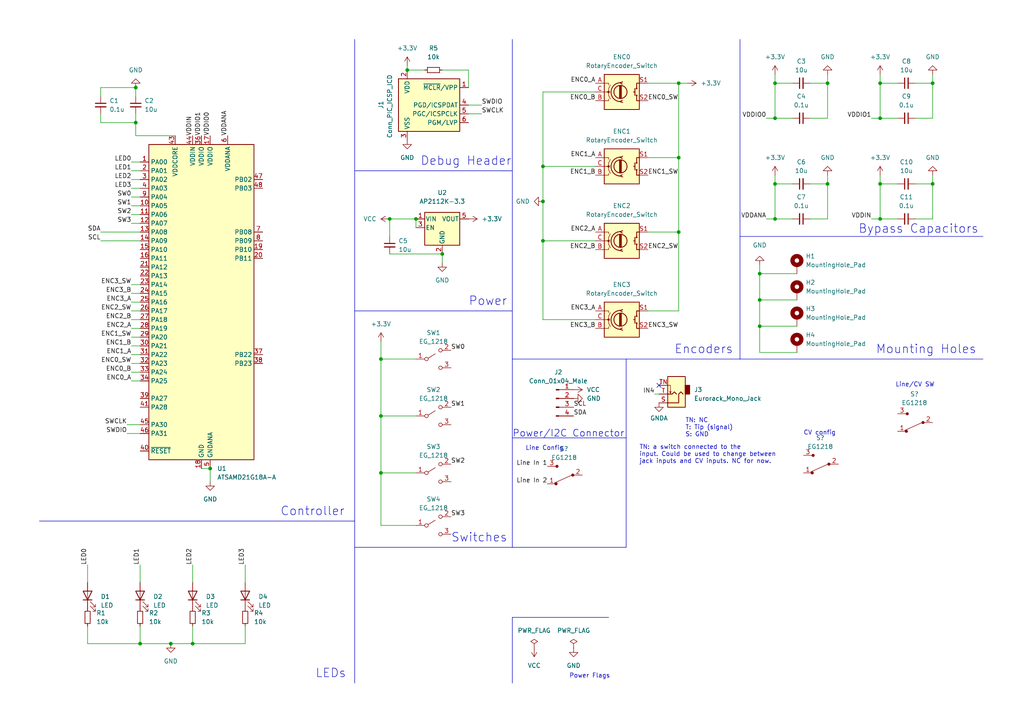
<source format=kicad_sch>
(kicad_sch (version 20230121) (generator eeschema)
  (paper "A4")
  (lib_symbols
    (symbol "Connector:Conn_01x04_Male" (pin_names (offset 1.016) hide)
      (property "Reference" "J" (at 0 5.08 0))
      (property "Value" "Conn_01x04_Male" (at 0 -7.62 0))
      (symbol "Conn_01x04_Male_1_1"
        (polyline (pts (xy 1.27 -5.08) (xy 0.8636 -5.08)) (stroke (width 0.1524)))
        (polyline (pts (xy 1.27 -2.54) (xy 0.8636 -2.54)) (stroke (width 0.1524)))
        (polyline (pts (xy 1.27 0) (xy 0.8636 0)) (stroke (width 0.1524)))
        (polyline (pts (xy 1.27 2.54) (xy 0.8636 2.54)) (stroke (width 0.1524)))
        (rectangle (start 0.8636 -4.953) (end 0 -5.207) (stroke (width 0.1524)) (fill (type outline)))
        (rectangle (start 0.8636 -2.413) (end 0 -2.667) (stroke (width 0.1524)) (fill (type outline)))
        (rectangle (start 0.8636 0.127) (end 0 -0.127) (stroke (width 0.1524)) (fill (type outline)))
        (rectangle (start 0.8636 2.667) (end 0 2.413) (stroke (width 0.1524)) (fill (type outline)))
        (pin passive line (at 5.08 2.54 180) (length 3.81) (name "Pin_1") (number "1"))
        (pin passive line (at 5.08 0 180) (length 3.81) (name "Pin_2") (number "2"))
        (pin passive line (at 5.08 -2.54 180) (length 3.81) (name "Pin_3") (number "3"))
        (pin passive line (at 5.08 -5.08 180) (length 3.81) (name "Pin_4") (number "4"))
      )
    )
    (symbol "Connector:Conn_PIC_ICSP_ICD"
      (property "Reference" "J" (at 6.35 8.89 0))
      (property "Value" "Conn_PIC_ICSP_ICD" (at -8.89 -1.27 90))
      (symbol "Conn_PIC_ICSP_ICD_0_1"
        (rectangle (start -7.62 7.62) (end 10.16 -7.62) (stroke (width 0.254)) (fill (type background)))
      )
      (symbol "Conn_PIC_ICSP_ICD_1_1"
        (pin passive line (at 12.7 5.08 180) (length 2.54) (name "~{MCLR}/VPP") (number "1"))
        (pin passive line (at -5.08 10.16 270) (length 2.54) (name "VDD") (number "2"))
        (pin power_in line (at -5.08 -10.16 90) (length 2.54) (name "VSS") (number "3"))
        (pin bidirectional line (at 12.7 0 180) (length 2.54) (name "PGD/ICSPDAT") (number "4"))
        (pin output line (at 12.7 -2.54 180) (length 2.54) (name "PGC/ICSPCLK") (number "5"))
        (pin output line (at 12.7 -5.08 180) (length 2.54) (name "PGM/LVP") (number "6"))
      )
    )
    (symbol "Custom:EG_1218"
      (property "Reference" "SW" (at 0 2.54 0))
      (property "Value" "EG_1218" (at 0 0 0))
      (symbol "EG_1218_0_1"
        (circle (center -2.032 -7.62) (radius 0.508))
        (polyline (pts (xy -1.524 -7.366) (xy 0.508 -6.096)))
        (circle (center 2.032 -10.16) (radius 0.508))
        (circle (center 2.032 -5.08) (radius 0.508))
      )
      (symbol "EG_1218_1_1"
        (pin passive line (at -5.08 -7.62 0) (length 2.54) (name "") (number "1"))
        (pin passive line (at 5.08 -5.08 180) (length 2.54) (name "") (number "2"))
        (pin passive line (at 5.08 -10.16 180) (length 2.54) (name "") (number "3"))
      )
    )
    (symbol "Device:C_Small" (pin_numbers hide) (pin_names (offset 0.254) hide)
      (property "Reference" "C" (at 0.254 1.778 0))
      (property "Value" "C_Small" (at 0.254 -2.032 0))
      (symbol "C_Small_0_1"
        (polyline (pts (xy -1.524 -0.508) (xy 1.524 -0.508)) (stroke (width 0.3302)))
        (polyline (pts (xy -1.524 0.508) (xy 1.524 0.508)) (stroke (width 0.3048)))
      )
      (symbol "C_Small_1_1"
        (pin passive line (at 0 2.54 270) (length 2.032) (name "~") (number "1"))
        (pin passive line (at 0 -2.54 90) (length 2.032) (name "~") (number "2"))
      )
    )
    (symbol "Device:LED" (pin_numbers hide) (pin_names (offset 1.016) hide)
      (property "Reference" "D" (at 0 2.54 0))
      (property "Value" "LED" (at 0 -2.54 0))
      (symbol "LED_0_1"
        (polyline (pts (xy -1.27 -1.27) (xy -1.27 1.27)) (stroke (width 0.254)))
        (polyline (pts (xy -1.27 0) (xy 1.27 0)))
        (polyline (pts (xy 1.27 -1.27) (xy 1.27 1.27) (xy -1.27 0) (xy 1.27 -1.27)) (stroke (width 0.254)))
        (polyline (pts (xy -3.048 -0.762) (xy -4.572 -2.286) (xy -3.81 -2.286) (xy -4.572 -2.286) (xy -4.572 -1.524)))
        (polyline (pts (xy -1.778 -0.762) (xy -3.302 -2.286) (xy -2.54 -2.286) (xy -3.302 -2.286) (xy -3.302 -1.524)))
      )
      (symbol "LED_1_1"
        (pin passive line (at -3.81 0 0) (length 2.54) (name "K") (number "1"))
        (pin passive line (at 3.81 0 180) (length 2.54) (name "A") (number "2"))
      )
    )
    (symbol "Device:R_Small" (pin_numbers hide) (pin_names (offset 0.254) hide)
      (property "Reference" "R" (at 0.762 0.508 0))
      (property "Value" "R_Small" (at 0.762 -1.016 0))
      (symbol "R_Small_0_1"
        (rectangle (start -0.762 1.778) (end 0.762 -1.778) (stroke (width 0.2032)))
      )
      (symbol "R_Small_1_1"
        (pin passive line (at 0 2.54 270) (length 0.762) (name "~") (number "1"))
        (pin passive line (at 0 -2.54 90) (length 0.762) (name "~") (number "2"))
      )
    )
    (symbol "Device:RotaryEncoder_Switch" (pin_names (offset 0.254) hide)
      (property "Reference" "SW" (at 0 6.604 0))
      (property "Value" "RotaryEncoder_Switch" (at 0 -6.604 0))
      (symbol "RotaryEncoder_Switch_0_1"
        (rectangle (start -5.08 5.08) (end 5.08 -5.08) (stroke (width 0.254)) (fill (type background)))
        (circle (center -3.81 0) (radius 0.254) (fill (type outline)))
        (circle (center -0.381 0) (radius 1.905) (stroke (width 0.254)))
        (arc (start -0.381 2.667) (mid -3.0988 -0.0635) (end -0.381 -2.794) (stroke (width 0.254)))
        (polyline (pts (xy -0.635 -1.778) (xy -0.635 1.778)) (stroke (width 0.254)))
        (polyline (pts (xy -0.381 -1.778) (xy -0.381 1.778)) (stroke (width 0.254)))
        (polyline (pts (xy -0.127 1.778) (xy -0.127 -1.778)) (stroke (width 0.254)))
        (polyline (pts (xy 3.81 0) (xy 3.429 0)) (stroke (width 0.254)))
        (polyline (pts (xy 3.81 1.016) (xy 3.81 -1.016)) (stroke (width 0.254)))
        (polyline (pts (xy -5.08 -2.54) (xy -3.81 -2.54) (xy -3.81 -2.032)))
        (polyline (pts (xy -5.08 2.54) (xy -3.81 2.54) (xy -3.81 2.032)))
        (polyline (pts (xy 0.254 -3.048) (xy -0.508 -2.794) (xy 0.127 -2.413)) (stroke (width 0.254)))
        (polyline (pts (xy 0.254 2.921) (xy -0.508 2.667) (xy 0.127 2.286)) (stroke (width 0.254)))
        (polyline (pts (xy 5.08 -2.54) (xy 4.318 -2.54) (xy 4.318 -1.016)) (stroke (width 0.254)))
        (polyline (pts (xy 5.08 2.54) (xy 4.318 2.54) (xy 4.318 1.016)) (stroke (width 0.254)))
        (polyline (pts (xy -5.08 0) (xy -3.81 0) (xy -3.81 -1.016) (xy -3.302 -2.032)))
        (polyline (pts (xy -4.318 0) (xy -3.81 0) (xy -3.81 1.016) (xy -3.302 2.032)))
        (circle (center 4.318 -1.016) (radius 0.127) (stroke (width 0.254)))
        (circle (center 4.318 1.016) (radius 0.127) (stroke (width 0.254)))
      )
      (symbol "RotaryEncoder_Switch_1_1"
        (pin passive line (at -7.62 2.54 0) (length 2.54) (name "A") (number "A"))
        (pin passive line (at -7.62 -2.54 0) (length 2.54) (name "B") (number "B"))
        (pin passive line (at -7.62 0 0) (length 2.54) (name "C") (number "C"))
        (pin passive line (at 7.62 2.54 180) (length 2.54) (name "S1") (number "S1"))
        (pin passive line (at 7.62 -2.54 180) (length 2.54) (name "S2") (number "S2"))
      )
    )
    (symbol "GNDA_2" (power) (pin_names (offset 0))
      (property "Value" "GNDA_2" (at 0 -3.81 0))
      (symbol "GNDA_2_0_1"
        (polyline (pts (xy 0 0) (xy 0 -1.27) (xy 1.27 -1.27) (xy 0 -2.54) (xy -1.27 -1.27) (xy 0 -1.27)))
      )
      (symbol "GNDA_2_1_1"
        (pin power_in line (at 0 0 270) (length 0) hide (name "GNDA") (number "1"))
      )
    )
    (symbol "MCU_Microchip_SAMD:ATSAMD21G18A-A"
      (property "Reference" "U" (at -13.97 46.99 0))
      (property "Value" "ATSAMD21G18A-A" (at 16.51 46.99 0))
      (symbol "ATSAMD21G18A-A_0_1"
        (rectangle (start -15.24 45.72) (end 15.24 -45.72) (stroke (width 0.254)) (fill (type background)))
      )
      (symbol "ATSAMD21G18A-A_1_1"
        (pin bidirectional line (at -17.78 40.64 0) (length 2.54) (name "PA00") (number "1"))
        (pin bidirectional line (at -17.78 27.94 0) (length 2.54) (name "PA05") (number "10"))
        (pin bidirectional line (at -17.78 25.4 0) (length 2.54) (name "PA06") (number "11"))
        (pin bidirectional line (at -17.78 22.86 0) (length 2.54) (name "PA07") (number "12"))
        (pin bidirectional line (at -17.78 20.32 0) (length 2.54) (name "PA08") (number "13"))
        (pin bidirectional line (at -17.78 17.78 0) (length 2.54) (name "PA09") (number "14"))
        (pin bidirectional line (at -17.78 15.24 0) (length 2.54) (name "PA10") (number "15"))
        (pin bidirectional line (at -17.78 12.7 0) (length 2.54) (name "PA11") (number "16"))
        (pin power_in line (at 2.54 48.26 270) (length 2.54) (name "VDDIO") (number "17"))
        (pin power_in line (at 0 -48.26 90) (length 2.54) (name "GND") (number "18"))
        (pin bidirectional line (at 17.78 15.24 180) (length 2.54) (name "PB10") (number "19"))
        (pin bidirectional line (at -17.78 38.1 0) (length 2.54) (name "PA01") (number "2"))
        (pin bidirectional line (at 17.78 12.7 180) (length 2.54) (name "PB11") (number "20"))
        (pin bidirectional line (at -17.78 10.16 0) (length 2.54) (name "PA12") (number "21"))
        (pin bidirectional line (at -17.78 7.62 0) (length 2.54) (name "PA13") (number "22"))
        (pin bidirectional line (at -17.78 5.08 0) (length 2.54) (name "PA14") (number "23"))
        (pin bidirectional line (at -17.78 2.54 0) (length 2.54) (name "PA15") (number "24"))
        (pin bidirectional line (at -17.78 0 0) (length 2.54) (name "PA16") (number "25"))
        (pin bidirectional line (at -17.78 -2.54 0) (length 2.54) (name "PA17") (number "26"))
        (pin bidirectional line (at -17.78 -5.08 0) (length 2.54) (name "PA18") (number "27"))
        (pin bidirectional line (at -17.78 -7.62 0) (length 2.54) (name "PA19") (number "28"))
        (pin bidirectional line (at -17.78 -10.16 0) (length 2.54) (name "PA20") (number "29"))
        (pin bidirectional line (at -17.78 35.56 0) (length 2.54) (name "PA02") (number "3"))
        (pin bidirectional line (at -17.78 -12.7 0) (length 2.54) (name "PA21") (number "30"))
        (pin bidirectional line (at -17.78 -15.24 0) (length 2.54) (name "PA22") (number "31"))
        (pin bidirectional line (at -17.78 -17.78 0) (length 2.54) (name "PA23") (number "32"))
        (pin bidirectional line (at -17.78 -20.32 0) (length 2.54) (name "PA24") (number "33"))
        (pin bidirectional line (at -17.78 -22.86 0) (length 2.54) (name "PA25") (number "34"))
        (pin passive line (at 0 -48.26 90) (length 2.54) hide (name "GND") (number "35"))
        (pin power_in line (at 0 48.26 270) (length 2.54) (name "VDDIO") (number "36"))
        (pin bidirectional line (at 17.78 -15.24 180) (length 2.54) (name "PB22") (number "37"))
        (pin bidirectional line (at 17.78 -17.78 180) (length 2.54) (name "PB23") (number "38"))
        (pin bidirectional line (at -17.78 -27.94 0) (length 2.54) (name "PA27") (number "39"))
        (pin bidirectional line (at -17.78 33.02 0) (length 2.54) (name "PA03") (number "4"))
        (pin input line (at -17.78 -43.18 0) (length 2.54) (name "~{RESET}") (number "40"))
        (pin bidirectional line (at -17.78 -30.48 0) (length 2.54) (name "PA28") (number "41"))
        (pin passive line (at 0 -48.26 90) (length 2.54) hide (name "GND") (number "42"))
        (pin power_out line (at -7.62 48.26 270) (length 2.54) (name "VDDCORE") (number "43"))
        (pin power_in line (at -2.54 48.26 270) (length 2.54) (name "VDDIN") (number "44"))
        (pin bidirectional line (at -17.78 -35.56 0) (length 2.54) (name "PA30") (number "45"))
        (pin bidirectional line (at -17.78 -38.1 0) (length 2.54) (name "PA31") (number "46"))
        (pin bidirectional line (at 17.78 35.56 180) (length 2.54) (name "PB02") (number "47"))
        (pin bidirectional line (at 17.78 33.02 180) (length 2.54) (name "PB03") (number "48"))
        (pin power_in line (at 2.54 -48.26 90) (length 2.54) (name "GNDANA") (number "5"))
        (pin power_in line (at 7.62 48.26 270) (length 2.54) (name "VDDANA") (number "6"))
        (pin bidirectional line (at 17.78 20.32 180) (length 2.54) (name "PB08") (number "7"))
        (pin bidirectional line (at 17.78 17.78 180) (length 2.54) (name "PB09") (number "8"))
        (pin bidirectional line (at -17.78 30.48 0) (length 2.54) (name "PA04") (number "9"))
      )
    )
    (symbol "Mechanical:MountingHole_Pad" (pin_numbers hide) (pin_names (offset 1.016) hide)
      (property "Reference" "H" (at 0 6.35 0))
      (property "Value" "MountingHole_Pad" (at 0 4.445 0))
      (symbol "MountingHole_Pad_0_1"
        (circle (center 0 1.27) (radius 1.27) (stroke (width 1.27)))
      )
      (symbol "MountingHole_Pad_1_1"
        (pin input line (at 0 -2.54 90) (length 2.54) (name "1") (number "1"))
      )
    )
    (symbol "Regulator_Linear:AP2112K-3.3" (pin_names (offset 0.254))
      (property "Reference" "U" (at -5.08 5.715 0))
      (property "Value" "AP2112K-3.3" (at 0 5.715 0))
      (symbol "AP2112K-3.3_0_1"
        (rectangle (start -5.08 4.445) (end 5.08 -5.08) (stroke (width 0.254)) (fill (type background)))
      )
      (symbol "AP2112K-3.3_1_1"
        (pin power_in line (at -7.62 2.54 0) (length 2.54) (name "VIN") (number "1"))
        (pin power_in line (at 0 -7.62 90) (length 2.54) (name "GND") (number "2"))
        (pin input line (at -7.62 0 0) (length 2.54) (name "EN") (number "3"))
        (pin no_connect line (at 5.08 0 180) (length 2.54) hide (name "NC") (number "4"))
        (pin power_out line (at 7.62 2.54 180) (length 2.54) (name "VOUT") (number "5"))
      )
    )
    (symbol "dk_Slide-Switches:EG1218" (pin_names (offset 0))
      (property "Reference" "S" (at -3.81 2.286 0))
      (property "Value" "EG1218" (at 0 -5.334 0))
      (symbol "EG1218_0_1"
        (circle (center -2.286 0) (radius 0.3556) (fill (type outline)))
        (polyline (pts (xy -2.032 0) (xy 3.048 2.286)))
        (circle (center 2.286 -2.54) (radius 0.3556) (fill (type outline)))
        (circle (center 2.54 2.54) (radius 0.3556) (fill (type outline)))
      )
      (symbol "EG1218_1_1"
        (pin passive line (at 5.08 2.54 180) (length 2.54) (name "~") (number "1"))
        (pin passive line (at -5.08 0 0) (length 2.54) (name "~") (number "2"))
        (pin passive line (at 5.08 -2.54 180) (length 2.54) (name "~") (number "3"))
      )
    )
    (symbol "power:+3.3V" (power) (pin_names (offset 0))
      (property "Value" "+3.3V" (at 0 3.556 0))
      (symbol "+3.3V_0_1"
        (polyline (pts (xy -0.762 1.27) (xy 0 2.54)))
        (polyline (pts (xy 0 0) (xy 0 2.54)))
        (polyline (pts (xy 0 2.54) (xy 0.762 1.27)))
      )
      (symbol "+3.3V_1_1"
        (pin power_in line (at 0 0 90) (length 0) hide (name "+3.3V") (number "1"))
      )
    )
    (symbol "power:GND" (power) (pin_names (offset 0))
      (property "Value" "GND" (at 0 -3.81 0))
      (symbol "GND_0_1"
        (polyline (pts (xy 0 0) (xy 0 -1.27) (xy 1.27 -1.27) (xy 0 -2.54) (xy -1.27 -1.27) (xy 0 -1.27)))
      )
      (symbol "GND_1_1"
        (pin power_in line (at 0 0 270) (length 0) hide (name "GND") (number "1"))
      )
    )
    (symbol "power:PWR_FLAG" (power) (pin_numbers hide) (pin_names (offset 0) hide)
      (property "Value" "PWR_FLAG" (at 0 3.81 0))
      (symbol "PWR_FLAG_0_0"
        (pin power_out line (at 0 0 90) (length 0) (name "pwr") (number "1"))
      )
      (symbol "PWR_FLAG_0_1"
        (polyline (pts (xy 0 0) (xy 0 1.27) (xy -1.016 1.905) (xy 0 2.54) (xy 1.016 1.905) (xy 0 1.27)))
      )
    )
    (symbol "power:VCC" (power) (pin_names (offset 0))
      (property "Value" "VCC" (at 0 3.81 0))
      (symbol "VCC_0_1"
        (polyline (pts (xy -0.762 1.27) (xy 0 2.54)))
        (polyline (pts (xy 0 0) (xy 0 2.54)))
        (polyline (pts (xy 0 2.54) (xy 0.762 1.27)))
      )
      (symbol "VCC_1_1"
        (pin power_in line (at 0 0 90) (length 0) hide (name "VCC") (number "1"))
      )
    )
    (symbol "winterbloom:Eurorack_Mono_Jack" (pin_names hide)
      (property "Reference" "J" (at 3.302 -4.064 0))
      (property "Value" "Eurorack_Mono_Jack" (at 0 5.08 0))
      (symbol "Eurorack_Mono_Jack_0_1"
        (rectangle (start -2.54 -5.08) (end 2.54 3.81) (stroke (width 0.254)) (fill (type background)))
        (polyline (pts (xy -1.778 -1.016) (xy -2.032 -0.508)))
        (polyline (pts (xy -2.54 1.27) (xy -1.778 1.27) (xy -1.778 -1.016) (xy -1.524 -0.508)))
        (polyline (pts (xy 0 -1.27) (xy -0.635 -0.635) (xy -1.27 -1.27) (xy -2.54 -1.27)) (stroke (width 0.254)))
        (polyline (pts (xy -2.54 -3.81) (xy 0.635 -3.81) (xy 0.635 -1.27) (xy 1.27 -0.635) (xy 1.905 -1.27)) (stroke (width 0.254)))
        (rectangle (start 2.54 -1.27) (end 3.81 1.27) (stroke (width 0.254)) (fill (type outline)))
      )
      (symbol "Eurorack_Mono_Jack_1_1"
        (pin passive line (at -5.08 -3.81 0) (length 2.54) (name "Sleeve") (number "S"))
        (pin passive line (at -5.08 -1.27 0) (length 2.54) (name "Tip") (number "T"))
        (pin passive line (at -5.08 1.27 0) (length 2.54) (name "Tip_normalize") (number "TN"))
      )
    )
  )
  (junction (at 113.03 63.5))
  (junction (at 55.88 186.69))
  (junction (at 224.79 53.34))
  (junction (at 220.345 94.615))
  (junction (at 224.79 34.29))
  (junction (at 49.53 186.69))
  (junction (at 110.49 120.65))
  (junction (at 118.11 20.32))
  (junction (at 196.85 45.72))
  (junction (at 39.37 35.56))
  (junction (at 224.79 24.13))
  (junction (at 270.51 53.34))
  (junction (at 157.48 58.42))
  (junction (at 196.85 67.31))
  (junction (at 60.96 135.89))
  (junction (at 255.27 63.5))
  (junction (at 110.49 137.16))
  (junction (at 157.48 69.85))
  (junction (at 255.27 24.13))
  (junction (at 120.65 63.5))
  (junction (at 128.27 73.66))
  (junction (at 157.48 48.26))
  (junction (at 40.64 186.69))
  (junction (at 255.27 34.29))
  (junction (at 220.345 79.375))
  (junction (at 240.03 53.34))
  (junction (at 110.49 104.14))
  (junction (at 240.03 24.13))
  (junction (at 224.79 63.5))
  (junction (at 220.345 86.995))
  (junction (at 270.51 24.13))
  (junction (at 196.85 24.13))
  (junction (at 39.37 25.4))
  (junction (at 255.27 53.34))
  (no_connect (at 191.135 111.76))
  (wire (pts (xy 110.49 104.14) (xy 110.49 120.65)))
  (polyline (pts (xy 148.59 90.17) (xy 148.59 49.53)))
  (wire (pts (xy 224.79 24.13) (xy 229.87 24.13)))
  (wire (pts (xy 38.1 95.25) (xy 40.64 95.25)))
  (polyline (pts (xy 148.59 158.75) (xy 102.87 158.75)))
  (wire (pts (xy 38.1 100.33) (xy 40.64 100.33)))
  (polyline (pts (xy 148.59 196.85) (xy 148.59 198.12)))
  (wire (pts (xy 40.64 181.61) (xy 40.64 186.69)))
  (polyline (pts (xy 214.63 11.43) (xy 214.63 104.14)))
  (polyline (pts (xy 181.61 127) (xy 181.61 158.75)))
  (wire (pts (xy 255.27 63.5) (xy 260.35 63.5)))
  (wire (pts (xy 40.64 186.69) (xy 49.53 186.69)))
  (wire (pts (xy 240.03 24.13) (xy 240.03 21.59)))
  (wire (pts (xy 38.1 102.87) (xy 40.64 102.87)))
  (wire (pts (xy 255.27 53.34) (xy 255.27 63.5)))
  (wire (pts (xy 265.43 63.5) (xy 270.51 63.5)))
  (wire (pts (xy 157.48 69.85) (xy 157.48 58.42)))
  (wire (pts (xy 252.73 63.5) (xy 255.27 63.5)))
  (wire (pts (xy 38.1 49.53) (xy 40.64 49.53)))
  (wire (pts (xy 55.88 163.83) (xy 55.88 168.91)))
  (wire (pts (xy 270.51 34.29) (xy 270.51 24.13)))
  (wire (pts (xy 38.1 97.79) (xy 40.64 97.79)))
  (wire (pts (xy 25.4 186.69) (xy 40.64 186.69)))
  (wire (pts (xy 40.64 163.83) (xy 40.64 168.91)))
  (wire (pts (xy 265.43 24.13) (xy 270.51 24.13)))
  (wire (pts (xy 135.89 30.48) (xy 139.7 30.48)))
  (wire (pts (xy 113.03 63.5) (xy 113.03 68.58)))
  (wire (pts (xy 157.48 48.26) (xy 157.48 26.67)))
  (wire (pts (xy 38.1 62.23) (xy 40.64 62.23)))
  (wire (pts (xy 39.37 25.4) (xy 39.37 27.94)))
  (wire (pts (xy 29.21 35.56) (xy 39.37 35.56)))
  (wire (pts (xy 224.79 24.13) (xy 224.79 34.29)))
  (wire (pts (xy 157.48 58.42) (xy 157.48 48.26)))
  (polyline (pts (xy 144.78 49.53) (xy 148.59 49.53)))
  (polyline (pts (xy 214.63 68.58) (xy 285.115 68.58)))
  (wire (pts (xy 196.85 67.31) (xy 187.96 67.31)))
  (wire (pts (xy 270.51 24.13) (xy 270.51 21.59)))
  (polyline (pts (xy 102.87 151.13) (xy 102.87 198.12)))
  (wire (pts (xy 255.27 50.8) (xy 255.27 53.34)))
  (wire (pts (xy 252.73 34.29) (xy 255.27 34.29)))
  (wire (pts (xy 55.88 186.69) (xy 71.12 186.69)))
  (polyline (pts (xy 148.59 104.14) (xy 214.63 104.14)))
  (wire (pts (xy 220.345 79.375) (xy 220.345 86.995)))
  (wire (pts (xy 38.1 92.71) (xy 40.64 92.71)))
  (wire (pts (xy 29.21 67.31) (xy 40.64 67.31)))
  (wire (pts (xy 231.14 79.375) (xy 220.345 79.375)))
  (wire (pts (xy 172.72 92.71) (xy 157.48 92.71)))
  (wire (pts (xy 255.27 53.34) (xy 260.35 53.34)))
  (wire (pts (xy 224.79 34.29) (xy 229.87 34.29)))
  (wire (pts (xy 157.48 92.71) (xy 157.48 69.85)))
  (polyline (pts (xy 181.61 127) (xy 181.61 104.14)))
  (wire (pts (xy 224.79 63.5) (xy 229.87 63.5)))
  (wire (pts (xy 196.85 90.17) (xy 187.96 90.17)))
  (wire (pts (xy 255.27 24.13) (xy 260.35 24.13)))
  (wire (pts (xy 110.49 120.65) (xy 120.65 120.65)))
  (wire (pts (xy 220.345 94.615) (xy 220.345 102.235)))
  (wire (pts (xy 118.11 19.05) (xy 118.11 20.32)))
  (wire (pts (xy 38.1 64.77) (xy 40.64 64.77)))
  (wire (pts (xy 36.83 123.19) (xy 40.64 123.19)))
  (wire (pts (xy 38.1 87.63) (xy 40.64 87.63)))
  (wire (pts (xy 49.53 186.69) (xy 55.88 186.69)))
  (wire (pts (xy 120.65 63.5) (xy 120.65 66.04)))
  (wire (pts (xy 196.85 45.72) (xy 187.96 45.72)))
  (wire (pts (xy 38.1 105.41) (xy 40.64 105.41)))
  (wire (pts (xy 222.25 63.5) (xy 224.79 63.5)))
  (wire (pts (xy 39.37 35.56) (xy 39.37 39.37)))
  (wire (pts (xy 71.12 181.61) (xy 71.12 186.69)))
  (wire (pts (xy 39.37 39.37) (xy 50.8 39.37)))
  (wire (pts (xy 157.48 48.26) (xy 172.72 48.26)))
  (wire (pts (xy 38.1 46.99) (xy 40.64 46.99)))
  (wire (pts (xy 157.48 26.67) (xy 172.72 26.67)))
  (wire (pts (xy 224.79 21.59) (xy 224.79 24.13)))
  (wire (pts (xy 110.49 99.06) (xy 110.49 104.14)))
  (wire (pts (xy 231.14 102.235) (xy 220.345 102.235)))
  (wire (pts (xy 110.49 137.16) (xy 120.65 137.16)))
  (wire (pts (xy 196.85 24.13) (xy 199.39 24.13)))
  (wire (pts (xy 113.03 73.66) (xy 128.27 73.66)))
  (polyline (pts (xy 148.59 158.75) (xy 181.61 158.75)))
  (wire (pts (xy 234.95 53.34) (xy 240.03 53.34)))
  (wire (pts (xy 220.345 86.995) (xy 220.345 94.615)))
  (wire (pts (xy 265.43 34.29) (xy 270.51 34.29)))
  (wire (pts (xy 38.1 90.17) (xy 40.64 90.17)))
  (wire (pts (xy 240.03 34.29) (xy 240.03 24.13)))
  (wire (pts (xy 187.96 24.13) (xy 196.85 24.13)))
  (wire (pts (xy 110.49 120.65) (xy 110.49 137.16)))
  (wire (pts (xy 224.79 50.8) (xy 224.79 53.34)))
  (wire (pts (xy 234.95 63.5) (xy 240.03 63.5)))
  (wire (pts (xy 36.83 125.73) (xy 40.64 125.73)))
  (wire (pts (xy 222.25 34.29) (xy 224.79 34.29)))
  (wire (pts (xy 38.1 82.55) (xy 40.64 82.55)))
  (wire (pts (xy 224.79 53.34) (xy 224.79 63.5)))
  (wire (pts (xy 128.27 20.32) (xy 135.89 20.32)))
  (polyline (pts (xy 102.87 90.17) (xy 148.59 90.17)))
  (wire (pts (xy 234.95 24.13) (xy 240.03 24.13)))
  (wire (pts (xy 224.79 53.34) (xy 229.87 53.34)))
  (polyline (pts (xy 148.59 90.17) (xy 148.59 158.75)))
  (wire (pts (xy 29.21 69.85) (xy 40.64 69.85)))
  (wire (pts (xy 118.11 20.32) (xy 123.19 20.32)))
  (wire (pts (xy 220.345 86.995) (xy 231.14 86.995)))
  (wire (pts (xy 255.27 24.13) (xy 255.27 34.29)))
  (wire (pts (xy 110.49 137.16) (xy 110.49 152.4)))
  (wire (pts (xy 270.51 63.5) (xy 270.51 53.34)))
  (wire (pts (xy 255.27 21.59) (xy 255.27 24.13)))
  (wire (pts (xy 135.89 20.32) (xy 135.89 25.4)))
  (wire (pts (xy 29.21 25.4) (xy 39.37 25.4)))
  (wire (pts (xy 196.85 67.31) (xy 196.85 90.17)))
  (wire (pts (xy 25.4 181.61) (xy 25.4 186.69)))
  (wire (pts (xy 39.37 33.02) (xy 39.37 35.56)))
  (wire (pts (xy 38.1 52.07) (xy 40.64 52.07)))
  (polyline (pts (xy 102.87 49.53) (xy 148.59 49.53)))
  (wire (pts (xy 38.1 59.69) (xy 40.64 59.69)))
  (wire (pts (xy 25.4 163.83) (xy 25.4 168.91)))
  (polyline (pts (xy 11.43 151.13) (xy 102.87 151.13)))
  (wire (pts (xy 110.49 104.14) (xy 120.65 104.14)))
  (wire (pts (xy 113.03 63.5) (xy 120.65 63.5)))
  (wire (pts (xy 231.14 94.615) (xy 220.345 94.615)))
  (wire (pts (xy 71.12 163.83) (xy 71.12 168.91)))
  (wire (pts (xy 38.1 57.15) (xy 40.64 57.15)))
  (wire (pts (xy 196.85 45.72) (xy 196.85 67.31)))
  (wire (pts (xy 60.96 135.89) (xy 60.96 139.7)))
  (wire (pts (xy 172.72 69.85) (xy 157.48 69.85)))
  (wire (pts (xy 135.89 33.02) (xy 139.7 33.02)))
  (wire (pts (xy 234.95 34.29) (xy 240.03 34.29)))
  (polyline (pts (xy 148.59 11.43) (xy 148.59 49.53)))
  (wire (pts (xy 29.21 33.02) (xy 29.21 35.56)))
  (wire (pts (xy 196.85 24.13) (xy 196.85 45.72)))
  (polyline (pts (xy 102.87 11.43) (xy 102.87 151.13)))
  (wire (pts (xy 240.03 63.5) (xy 240.03 53.34)))
  (wire (pts (xy 220.345 79.375) (xy 220.345 76.835)))
  (wire (pts (xy 110.49 152.4) (xy 120.65 152.4)))
  (wire (pts (xy 265.43 53.34) (xy 270.51 53.34)))
  (wire (pts (xy 38.1 110.49) (xy 40.64 110.49)))
  (wire (pts (xy 58.42 135.89) (xy 60.96 135.89)))
  (wire (pts (xy 270.51 53.34) (xy 270.51 50.8)))
  (wire (pts (xy 55.88 181.61) (xy 55.88 186.69)))
  (wire (pts (xy 189.865 114.3) (xy 191.135 114.3)))
  (polyline (pts (xy 148.59 127) (xy 181.61 127)))
  (polyline (pts (xy 148.59 179.07) (xy 176.53 179.07)))
  (wire (pts (xy 255.27 34.29) (xy 260.35 34.29)))
  (wire (pts (xy 38.1 107.95) (xy 40.64 107.95)))
  (wire (pts (xy 240.03 53.34) (xy 240.03 50.8)))
  (wire (pts (xy 128.27 73.66) (xy 128.27 76.2)))
  (wire (pts (xy 29.21 27.94) (xy 29.21 25.4)))
  (polyline (pts (xy 214.63 104.14) (xy 285.115 104.14)))
  (wire (pts (xy 38.1 85.09) (xy 40.64 85.09)))
  (wire (pts (xy 38.1 54.61) (xy 40.64 54.61)))
  (polyline (pts (xy 148.59 196.85) (xy 148.59 179.07)))
  (text "Line/CV SW" (at 259.715 112.395 0) (effects (font (size 1.27 1.27)) (justify left bottom)))
  (text "CV config" (at 233.045 126.365 0) (effects (font (size 1.27 1.27)) (justify left bottom)))
  (text "LEDs" (at 91.44 196.85 0) (effects (font (size 2.5 2.5)) (justify left bottom)))
  (text "Line Config" (at 152.4 130.81 0) (effects (font (size 1.27 1.27)) (justify left bottom)))
  (text "Debug Header\n" (at 121.92 48.26 0) (effects (font (size 2.5 2.5)) (justify left bottom)))
  (text "Encoders" (at 195.58 102.87 0) (effects (font (size 2.5 2.5)) (justify left bottom)))
  (text "Switches" (at 130.81 157.48 0) (effects (font (size 2.5 2.5)) (justify left bottom)))
  (text "Power" (at 135.89 88.9 0) (effects (font (size 2.5 2.5)) (justify left bottom)))
  (text "TN: a switch connected to the \ninput. Could be used to change between \njack inputs and CV inputs. NC for now." (at 185.42 134.62 0) (effects (font (size 1.27 1.27)) (justify left bottom)))
  (text "Power/I2C Connector" (at 148.59 127 0) (effects (font (size 2 2)) (justify left bottom)))
  (text "Controller" (at 81.28 149.86 0) (effects (font (size 2.5 2.5)) (justify left bottom)))
  (text "Mounting Holes" (at 254 102.87 0) (effects (font (size 2.5 2.5)) (justify left bottom)))
  (text "TN: NC\nT: Tip (signal)\nS: GND\n\n" (at 198.755 128.905 0) (effects (font (size 1.27 1.27)) (justify left bottom)))
  (text "Bypass Capacitors" (at 248.92 67.945 0) (effects (font (size 2.5 2.5)) (justify left bottom)))
  (text "Power Flags\n" (at 165.1 196.85 0) (effects (font (size 1.27 1.27)) (justify left bottom)))
  (label "SCL" (at 166.37 118.11 0))
  (label "ENC3_A" (at 38.1 87.63 180))
  (label "VDDANA" (at 222.25 63.5 180))
  (label "ENC2_A" (at 172.72 67.31 180))
  (label "Line In 1" (at 158.75 135.255 180))
  (label "ENC2_A" (at 38.1 95.25 180))
  (label "SW0" (at 130.81 101.6 0))
  (label "SWCLK" (at 139.7 33.02 0))
  (label "ENC1_B" (at 38.1 100.33 180))
  (label "SW3" (at 130.81 149.86 0))
  (label "SDA" (at 166.37 120.65 0))
  (label "ENC2_B" (at 38.1 92.71 180))
  (label "SW0" (at 38.1 57.15 180))
  (label "SW3" (at 38.1 64.77 180))
  (label "SW1" (at 130.81 118.11 0))
  (label "ENC0_SW" (at 38.1 105.41 180))
  (label "SWDIO" (at 139.7 30.48 0))
  (label "VDDIO0" (at 60.96 39.37 90))
  (label "ENC3_B" (at 38.1 85.09 180))
  (label "ENC3_SW" (at 187.96 95.25 0))
  (label "VDDIN" (at 55.88 39.37 90))
  (label "VDDANA" (at 66.04 39.37 90))
  (label "SWCLK" (at 36.83 123.19 180))
  (label "LED0" (at 38.1 46.99 180))
  (label "ENC2_SW" (at 187.96 72.39 0))
  (label "SW1" (at 38.1 59.69 180))
  (label "VDDIO1" (at 58.42 39.37 90))
  (label "ENC0_B" (at 172.72 29.21 180))
  (label "ENC2_SW" (at 38.1 90.17 180))
  (label "VDDIO1" (at 252.73 34.29 180))
  (label "ENC3_B" (at 172.72 95.25 180))
  (label "ENC1_B" (at 172.72 50.8 180))
  (label "LED0" (at 25.4 163.83 90))
  (label "LED3" (at 38.1 54.61 180))
  (label "ENC1_SW" (at 38.1 97.79 180))
  (label "SW2" (at 38.1 62.23 180))
  (label "ENC3_SW" (at 38.1 82.55 180))
  (label "SWDIO" (at 36.83 125.73 180))
  (label "SCL" (at 29.21 69.85 180))
  (label "ENC2_B" (at 172.72 72.39 180))
  (label "SW2" (at 130.81 134.62 0))
  (label "ENC1_A" (at 38.1 102.87 180))
  (label "ENC0_A" (at 172.72 24.13 180))
  (label "SDA" (at 29.21 67.31 180))
  (label "LED1" (at 38.1 49.53 180))
  (label "ENC0_SW" (at 187.96 29.21 0))
  (label "ENC1_SW" (at 187.96 50.8 0))
  (label "LED2" (at 38.1 52.07 180))
  (label "LED1" (at 40.64 163.83 90))
  (label "ENC0_B" (at 38.1 107.95 180))
  (label "VDDIN" (at 252.73 63.5 180))
  (label "IN4" (at 189.865 114.3 180))
  (label "VDDIO0" (at 222.25 34.29 180))
  (label "Line In 2" (at 158.75 140.335 180))
  (label "ENC0_A" (at 38.1 110.49 180))
  (label "LED3" (at 71.12 163.83 90))
  (label "ENC1_A" (at 172.72 45.72 180))
  (label "LED2" (at 55.88 163.83 90))
  (label "ENC3_A" (at 172.72 90.17 180))
  (symbol (lib_id "Regulator_Linear:AP2112K-3.3") (at 128.27 66.04 0) (unit 1)
    (property "Reference" "U2" (at 128.27 55.88 0))
    (property "Value" "AP2112K-3.3" (at 128.27 58.42 0))
    (property "Footprint" "Package_TO_SOT_SMD:SOT-23-5" (effects hide))
    (property "Datasheet" "https://www.diodes.com/assets/Datasheets/AP2112.pdf" (effects hide))
  )
  (symbol (lib_id "Device:C_Small") (at 232.41 24.13 90) (unit 1)
    (property "Reference" "C3" (at 232.4163 17.78 90))
    (property "Value" "10u" (at 232.4163 20.32 90))
    (property "Footprint" "Capacitor_SMD:C_0603_1608Metric" (effects hide))
  )
  (symbol (lib_id "Device:LED") (at 40.64 172.72 90) (unit 1)
    (property "Reference" "D2" (at 44.45 173.0374 90) (effects (justify right)))
    (property "Value" "LED" (at 44.45 175.5774 90) (effects (justify right)))
    (property "Footprint" "LED_THT:LED_Rectangular_W5.0mm_H2.0mm" (effects hide))
  )
  (symbol (lib_id "power:VCC") (at 154.94 187.96 180) (unit 1)
    (property "Reference" "#PWR0113" (effects hide))
    (property "Value" "VCC" (at 154.94 193.04 0))
  )
  (symbol (lib_id "power:GND") (at 166.37 115.57 90) (unit 1)
    (property "Reference" "#PWR0104" (effects hide))
    (property "Value" "GND" (at 170.18 115.5699 90) (effects (justify right)))
  )
  (symbol (lib_id "dk_Slide-Switches:EG1218") (at 163.83 137.795 180) (unit 1)
    (property "Reference" "S?" (at 163.6268 130.175 0))
    (property "Value" "EG1218" (at 163.6268 132.715 0))
    (property "Footprint" "digikey-footprints:Switch_Slide_11.6x4mm_EG1218" (effects hide))
    (property "Datasheet" "http://spec_sheets.e-switch.com/specs/P040040.pdf" (effects hide))
    (property "Digi-Key_PN" "EG1903-ND" (effects hide))
    (property "MPN" "EG1218" (effects hide))
    (property "Category" "Switches" (effects hide))
    (property "Family" "Slide Switches" (effects hide))
    (property "DK_Datasheet_Link" "http://spec_sheets.e-switch.com/specs/P040040.pdf" (effects hide))
    (property "DK_Detail_Page" "/product-detail/en/e-switch/EG1218/EG1903-ND/101726" (effects hide))
    (property "Description" "SWITCH SLIDE SPDT 200MA 30V" (effects hide))
    (property "Manufacturer" "E-Switch" (effects hide))
    (property "Status" "Active" (effects hide))
  )
  (symbol (lib_id "Device:C_Small") (at 29.21 30.48 0) (unit 1)
    (property "Reference" "C1" (at 31.75 29.2162 0) (effects (justify left)))
    (property "Value" "0.1u" (at 31.75 31.7562 0) (effects (justify left)))
    (property "Footprint" "Capacitor_SMD:C_0603_1608Metric" (effects hide))
  )
  (symbol (lib_id "Connector:Conn_01x04_Male") (at 161.29 115.57 0) (unit 1)
    (property "Reference" "J2" (at 161.925 107.95 0))
    (property "Value" "Conn_01x04_Male" (at 161.925 110.49 0))
    (property "Footprint" "Connector_PinHeader_2.54mm:PinHeader_1x04_P2.54mm_Vertical" (effects hide))
  )
  (symbol (lib_id "dk_Slide-Switches:EG1218") (at 265.43 122.555 180) (unit 1)
    (property "Reference" "S?" (at 265.2268 114.3 0))
    (property "Value" "EG1218" (at 265.2268 116.84 0))
    (property "Footprint" "digikey-footprints:Switch_Slide_11.6x4mm_EG1218" (effects hide))
    (property "Datasheet" "http://spec_sheets.e-switch.com/specs/P040040.pdf" (effects hide))
    (property "Digi-Key_PN" "EG1903-ND" (effects hide))
    (property "MPN" "EG1218" (effects hide))
    (property "Category" "Switches" (effects hide))
    (property "Family" "Slide Switches" (effects hide))
    (property "DK_Datasheet_Link" "http://spec_sheets.e-switch.com/specs/P040040.pdf" (effects hide))
    (property "DK_Detail_Page" "/product-detail/en/e-switch/EG1218/EG1903-ND/101726" (effects hide))
    (property "Description" "SWITCH SLIDE SPDT 200MA 30V" (effects hide))
    (property "Manufacturer" "E-Switch" (effects hide))
    (property "Status" "Active" (effects hide))
  )
  (symbol (lib_id "Device:C_Small") (at 262.89 63.5 270) (unit 1)
    (property "Reference" "C11" (at 262.8836 57.15 90))
    (property "Value" "0.1u" (at 262.8836 59.69 90))
    (property "Footprint" "Capacitor_SMD:C_0603_1608Metric" (effects hide))
  )
  (symbol (lib_id "power:GND") (at 240.03 21.59 180) (unit 1)
    (property "Reference" "#PWR0116" (effects hide))
    (property "Value" "GND" (at 240.03 16.51 0))
  )
  (symbol (lib_id "Custom:EG_1218") (at 125.73 144.78 0) (unit 1)
    (property "Reference" "SW4" (at 125.73 144.78 0))
    (property "Value" "EG_1218" (at 125.73 147.32 0))
    (property "Footprint" "custom_lib:EG_1218" (effects hide))
  )
  (symbol (lib_id "Device:R_Small") (at 25.4 179.07 180) (unit 1)
    (property "Reference" "R1" (at 27.94 177.7999 0) (effects (justify right)))
    (property "Value" "10k" (at 27.94 180.3399 0) (effects (justify right)))
    (property "Footprint" "Resistor_SMD:R_0603_1608Metric" (effects hide))
  )
  (symbol (lib_id "power:+3.3V") (at 110.49 99.06 0) (unit 1)
    (property "Reference" "#PWR0111" (effects hide))
    (property "Value" "+3.3V" (at 110.49 93.98 0))
  )
  (symbol (lib_id "dk_Slide-Switches:EG1218") (at 238.125 134.62 180) (unit 1)
    (property "Reference" "S?" (at 237.9218 127 0))
    (property "Value" "EG1218" (at 237.9218 129.54 0))
    (property "Footprint" "digikey-footprints:Switch_Slide_11.6x4mm_EG1218" (effects hide))
    (property "Datasheet" "http://spec_sheets.e-switch.com/specs/P040040.pdf" (effects hide))
    (property "Digi-Key_PN" "EG1903-ND" (effects hide))
    (property "MPN" "EG1218" (effects hide))
    (property "Category" "Switches" (effects hide))
    (property "Family" "Slide Switches" (effects hide))
    (property "DK_Datasheet_Link" "http://spec_sheets.e-switch.com/specs/P040040.pdf" (effects hide))
    (property "DK_Detail_Page" "/product-detail/en/e-switch/EG1218/EG1903-ND/101726" (effects hide))
    (property "Description" "SWITCH SLIDE SPDT 200MA 30V" (effects hide))
    (property "Manufacturer" "E-Switch" (effects hide))
    (property "Status" "Active" (effects hide))
  )
  (symbol (lib_id "power:PWR_FLAG") (at 166.37 187.96 0) (unit 1)
    (property "Reference" "#FLG0102" (effects hide))
    (property "Value" "PWR_FLAG" (at 166.37 182.88 0))
  )
  (symbol (lib_id "Device:LED") (at 25.4 172.72 90) (unit 1)
    (property "Reference" "D1" (at 29.21 173.0374 90) (effects (justify right)))
    (property "Value" "LED" (at 29.21 175.5774 90) (effects (justify right)))
    (property "Footprint" "LED_THT:LED_Rectangular_W5.0mm_H2.0mm" (effects hide))
  )
  (symbol (lib_id "Mechanical:MountingHole_Pad") (at 231.14 84.455 0) (unit 1)
    (property "Reference" "H2" (at 233.68 81.9149 0) (effects (justify left)))
    (property "Value" "MountingHole_Pad" (at 233.68 84.4549 0) (effects (justify left)))
    (property "Footprint" "MountingHole:MountingHole_3.2mm_M3_ISO7380_Pad" (effects hide))
  )
  (symbol (lib_id "Custom:EG_1218") (at 125.73 113.03 0) (unit 1)
    (property "Reference" "SW2" (at 125.73 113.03 0))
    (property "Value" "EG_1218" (at 125.73 115.57 0))
    (property "Footprint" "custom_lib:EG_1218" (effects hide))
  )
  (symbol (lib_id "power:VCC") (at 166.37 113.03 270) (unit 1)
    (property "Reference" "#PWR0103" (effects hide))
    (property "Value" "VCC" (at 170.18 113.0299 90) (effects (justify left)))
  )
  (symbol (lib_id "winterbloom:Eurorack_Mono_Jack") (at 196.215 113.03 0) (unit 1)
    (property "Reference" "J3" (at 201.295 113.03 0) (effects (justify left)))
    (property "Value" "Eurorack_Mono_Jack" (at 201.295 115.57 0) (effects (justify left)))
    (property "Footprint" "winterbloom:AudioJack_WQP518MA" (effects hide))
    (property "Datasheet" "http://www.qingpu-electronics.com/en/products/WQP-PJ398SM-362.html" (effects hide))
    (property "MPN" "WQP-WQP518MA" (effects hide))
  )
  (symbol (lib_id "Device:R_Small") (at 71.12 179.07 180) (unit 1)
    (property "Reference" "R4" (at 73.66 177.7999 0) (effects (justify right)))
    (property "Value" "10k" (at 73.66 180.3399 0) (effects (justify right)))
    (property "Footprint" "Resistor_SMD:R_0603_1608Metric" (effects hide))
  )
  (symbol (lib_id "Device:C_Small") (at 262.89 34.29 270) (unit 1)
    (property "Reference" "C9" (at 262.8836 27.94 90))
    (property "Value" "0.1u" (at 262.8836 30.48 90))
    (property "Footprint" "Capacitor_SMD:C_0603_1608Metric" (effects hide))
  )
  (symbol (lib_id "power:GND") (at 128.27 76.2 0) (unit 1)
    (property "Reference" "#PWR0107" (effects hide))
    (property "Value" "GND" (at 128.27 81.28 0))
  )
  (symbol (lib_id "Device:C_Small") (at 232.41 34.29 270) (unit 1)
    (property "Reference" "C4" (at 232.4036 27.94 90))
    (property "Value" "0.1u" (at 232.4036 30.48 90))
    (property "Footprint" "Capacitor_SMD:C_0603_1608Metric" (effects hide))
  )
  (symbol (lib_id "Mechanical:MountingHole_Pad") (at 231.14 92.075 0) (unit 1)
    (property "Reference" "H3" (at 233.68 89.5349 0) (effects (justify left)))
    (property "Value" "MountingHole_Pad" (at 233.68 92.0749 0) (effects (justify left)))
    (property "Footprint" "MountingHole:MountingHole_3.2mm_M3_ISO7380_Pad" (effects hide))
  )
  (symbol (lib_name "GNDA_2") (lib_id "power:GNDA") (at 191.135 116.84 0) (unit 1)
    (property "Reference" "#PWR01" (effects hide))
    (property "Value" "GNDA" (at 191.135 121.285 0))
  )
  (symbol (lib_id "Device:RotaryEncoder_Switch") (at 180.34 69.85 0) (unit 1)
    (property "Reference" "ENC2" (at 180.34 59.69 0))
    (property "Value" "RotaryEncoder_Switch" (at 180.34 62.23 0))
    (property "Footprint" "custom_lib:PEC12R-3217F-S0024-ND" (effects hide))
  )
  (symbol (lib_id "power:PWR_FLAG") (at 154.94 187.96 0) (unit 1)
    (property "Reference" "#FLG0101" (effects hide))
    (property "Value" "PWR_FLAG" (at 154.94 182.88 0))
  )
  (symbol (lib_id "power:+3.3V") (at 255.27 50.8 0) (unit 1)
    (property "Reference" "#PWR0123" (effects hide))
    (property "Value" "+3.3V" (at 255.27 45.72 0))
  )
  (symbol (lib_id "power:+3.3V") (at 224.79 21.59 0) (unit 1)
    (property "Reference" "#PWR0117" (effects hide))
    (property "Value" "+3.3V" (at 224.79 16.51 0))
  )
  (symbol (lib_id "power:GND") (at 166.37 187.96 0) (unit 1)
    (property "Reference" "#PWR0112" (effects hide))
    (property "Value" "GND" (at 166.37 193.04 0))
  )
  (symbol (lib_id "Device:LED") (at 71.12 172.72 90) (unit 1)
    (property "Reference" "D4" (at 74.93 173.0374 90) (effects (justify right)))
    (property "Value" "LED" (at 74.93 175.5774 90) (effects (justify right)))
    (property "Footprint" "LED_THT:LED_Rectangular_W5.0mm_H2.0mm" (effects hide))
  )
  (symbol (lib_id "MCU_Microchip_SAMD:ATSAMD21G18A-A") (at 58.42 87.63 0) (unit 1)
    (property "Reference" "U1" (at 62.9794 135.89 0) (effects (justify left)))
    (property "Value" "ATSAMD21G18A-A" (at 62.9794 138.43 0) (effects (justify left)))
    (property "Footprint" "Package_QFP:TQFP-48_7x7mm_P0.5mm" (effects hide))
    (property "Datasheet" "http://ww1.microchip.com/downloads/en/DeviceDoc/SAM_D21_DA1_Family_Data%20Sheet_DS40001882E.pdf" (effects hide))
  )
  (symbol (lib_id "power:+3.3V") (at 135.89 63.5 270) (unit 1)
    (property "Reference" "#PWR0110" (effects hide))
    (property "Value" "+3.3V" (at 139.7 63.4999 90) (effects (justify left)))
  )
  (symbol (lib_id "power:GND") (at 220.345 76.835 180) (unit 1)
    (property "Reference" "#PWR0124" (effects hide))
    (property "Value" "GND" (at 220.345 71.12 0))
  )
  (symbol (lib_id "power:GND") (at 157.48 58.42 270) (unit 1)
    (property "Reference" "#PWR0115" (effects hide))
    (property "Value" "GND" (at 153.67 58.4199 90) (effects (justify right)))
  )
  (symbol (lib_id "Device:C_Small") (at 262.89 24.13 90) (unit 1)
    (property "Reference" "C8" (at 262.8963 17.78 90))
    (property "Value" "10u" (at 262.8963 20.32 90))
    (property "Footprint" "Capacitor_SMD:C_0603_1608Metric" (effects hide))
  )
  (symbol (lib_id "power:+3.3V") (at 255.27 21.59 0) (unit 1)
    (property "Reference" "#PWR0121" (effects hide))
    (property "Value" "+3.3V" (at 255.27 16.51 0))
  )
  (symbol (lib_id "Custom:EG_1218") (at 125.73 129.54 0) (unit 1)
    (property "Reference" "SW3" (at 125.73 129.54 0))
    (property "Value" "EG_1218" (at 125.73 132.08 0))
    (property "Footprint" "custom_lib:EG_1218" (effects hide))
  )
  (symbol (lib_id "power:GND") (at 60.96 139.7 0) (unit 1)
    (property "Reference" "#PWR0106" (effects hide))
    (property "Value" "GND" (at 60.96 144.78 0))
  )
  (symbol (lib_id "Device:RotaryEncoder_Switch") (at 180.34 26.67 0) (unit 1)
    (property "Reference" "ENC0" (at 180.34 16.51 0))
    (property "Value" "RotaryEncoder_Switch" (at 180.34 19.05 0))
    (property "Footprint" "custom_lib:PEC12R-3217F-S0024-ND" (effects hide))
  )
  (symbol (lib_id "Device:LED") (at 55.88 172.72 90) (unit 1)
    (property "Reference" "D3" (at 59.69 173.0374 90) (effects (justify right)))
    (property "Value" "LED" (at 59.69 175.5774 90) (effects (justify right)))
    (property "Footprint" "LED_THT:LED_Rectangular_W5.0mm_H2.0mm" (effects hide))
  )
  (symbol (lib_id "Device:C_Small") (at 262.89 53.34 90) (unit 1)
    (property "Reference" "C10" (at 262.8963 46.99 90))
    (property "Value" "10u" (at 262.8963 49.53 90))
    (property "Footprint" "Capacitor_SMD:C_0603_1608Metric" (effects hide))
  )
  (symbol (lib_id "power:GND") (at 270.51 50.8 180) (unit 1)
    (property "Reference" "#PWR0122" (effects hide))
    (property "Value" "GND" (at 270.51 45.72 0))
  )
  (symbol (lib_id "Device:C_Small") (at 232.41 63.5 270) (unit 1)
    (property "Reference" "C7" (at 232.4036 57.15 90))
    (property "Value" "0.1u" (at 232.4036 59.69 90))
    (property "Footprint" "Capacitor_SMD:C_0603_1608Metric" (effects hide))
  )
  (symbol (lib_id "Connector:Conn_PIC_ICSP_ICD") (at 123.19 30.48 0) (unit 1)
    (property "Reference" "J1" (at 110.49 29.21 90) (effects (justify right)))
    (property "Value" "Conn_PIC_ICSP_ICD" (at 113.03 21.59 90) (effects (justify right)))
    (property "Footprint" "Connector_PinHeader_2.54mm:PinHeader_1x06_P2.54mm_Vertical" (effects hide))
    (property "Datasheet" "http://ww1.microchip.com/downloads/en/devicedoc/30277d.pdf" (effects hide))
  )
  (symbol (lib_id "Mechanical:MountingHole_Pad") (at 231.14 99.695 0) (unit 1)
    (property "Reference" "H4" (at 233.68 97.1549 0) (effects (justify left)))
    (property "Value" "MountingHole_Pad" (at 233.68 99.6949 0) (effects (justify left)))
    (property "Footprint" "MountingHole:MountingHole_3.2mm_M3_ISO7380_Pad" (effects hide))
  )
  (symbol (lib_id "power:GND") (at 270.51 21.59 180) (unit 1)
    (property "Reference" "#PWR0120" (effects hide))
    (property "Value" "GND" (at 270.51 16.51 0))
  )
  (symbol (lib_id "Device:R_Small") (at 40.64 179.07 180) (unit 1)
    (property "Reference" "R2" (at 43.18 177.7999 0) (effects (justify right)))
    (property "Value" "10k" (at 43.18 180.3399 0) (effects (justify right)))
    (property "Footprint" "Resistor_SMD:R_0603_1608Metric" (effects hide))
  )
  (symbol (lib_id "Device:C_Small") (at 113.03 71.12 0) (unit 1)
    (property "Reference" "C5" (at 115.57 69.8562 0) (effects (justify left)))
    (property "Value" "10u" (at 115.57 72.3962 0) (effects (justify left)))
    (property "Footprint" "Capacitor_SMD:C_0603_1608Metric" (effects hide))
  )
  (symbol (lib_id "power:GND") (at 118.11 40.64 0) (unit 1)
    (property "Reference" "#PWR0109" (effects hide))
    (property "Value" "GND" (at 118.11 45.72 0))
  )
  (symbol (lib_id "Device:RotaryEncoder_Switch") (at 180.34 92.71 0) (unit 1)
    (property "Reference" "ENC3" (at 180.34 82.55 0))
    (property "Value" "RotaryEncoder_Switch" (at 180.34 85.09 0))
    (property "Footprint" "custom_lib:PEC12R-3217F-S0024-ND" (effects hide))
  )
  (symbol (lib_id "Mechanical:MountingHole_Pad") (at 231.14 76.835 0) (unit 1)
    (property "Reference" "H1" (at 233.68 74.2949 0) (effects (justify left)))
    (property "Value" "MountingHole_Pad" (at 233.68 76.8349 0) (effects (justify left)))
    (property "Footprint" "MountingHole:MountingHole_3.2mm_M3_ISO7380_Pad" (effects hide))
  )
  (symbol (lib_id "power:+3.3V") (at 118.11 19.05 0) (unit 1)
    (property "Reference" "#PWR0108" (effects hide))
    (property "Value" "+3.3V" (at 118.11 13.97 0))
  )
  (symbol (lib_id "Device:R_Small") (at 55.88 179.07 180) (unit 1)
    (property "Reference" "R3" (at 58.42 177.7999 0) (effects (justify right)))
    (property "Value" "10k" (at 58.42 180.3399 0) (effects (justify right)))
    (property "Footprint" "Resistor_SMD:R_0603_1608Metric" (effects hide))
  )
  (symbol (lib_id "power:+3.3V") (at 199.39 24.13 270) (unit 1)
    (property "Reference" "#PWR0114" (effects hide))
    (property "Value" "+3.3V" (at 203.2 24.1299 90) (effects (justify left)))
  )
  (symbol (lib_id "power:VCC") (at 113.03 63.5 90) (unit 1)
    (property "Reference" "#PWR0101" (effects hide))
    (property "Value" "VCC" (at 109.22 63.4999 90) (effects (justify left)))
  )
  (symbol (lib_id "Device:R_Small") (at 125.73 20.32 90) (unit 1)
    (property "Reference" "R5" (at 125.73 13.97 90))
    (property "Value" "10k" (at 125.73 16.51 90))
    (property "Footprint" "Resistor_SMD:R_0603_1608Metric" (effects hide))
  )
  (symbol (lib_id "Device:C_Small") (at 232.41 53.34 90) (unit 1)
    (property "Reference" "C6" (at 232.4163 46.99 90))
    (property "Value" "10u" (at 232.4163 49.53 90))
    (property "Footprint" "Capacitor_SMD:C_0603_1608Metric" (effects hide))
  )
  (symbol (lib_id "power:GND") (at 49.53 186.69 0) (unit 1)
    (property "Reference" "#PWR0105" (effects hide))
    (property "Value" "GND" (at 49.53 191.77 0))
  )
  (symbol (lib_id "Custom:EG_1218") (at 125.73 96.52 0) (unit 1)
    (property "Reference" "SW1" (at 125.73 96.52 0))
    (property "Value" "EG_1218" (at 125.73 99.06 0))
    (property "Footprint" "custom_lib:EG_1218" (effects hide))
  )
  (symbol (lib_id "power:GND") (at 39.37 25.4 180) (unit 1)
    (property "Reference" "#PWR0102" (effects hide))
    (property "Value" "GND" (at 39.37 20.32 0))
  )
  (symbol (lib_id "Device:C_Small") (at 39.37 30.48 0) (unit 1)
    (property "Reference" "C2" (at 41.91 29.2162 0) (effects (justify left)))
    (property "Value" "10u" (at 41.91 31.7562 0) (effects (justify left)))
    (property "Footprint" "Capacitor_SMD:C_0603_1608Metric" (effects hide))
  )
  (symbol (lib_id "power:+3.3V") (at 224.79 50.8 0) (unit 1)
    (property "Reference" "#PWR0118" (effects hide))
    (property "Value" "+3.3V" (at 224.79 45.72 0))
  )
  (symbol (lib_id "power:GND") (at 240.03 50.8 180) (unit 1)
    (property "Reference" "#PWR0119" (effects hide))
    (property "Value" "GND" (at 240.03 45.72 0))
  )
  (symbol (lib_id "Device:RotaryEncoder_Switch") (at 180.34 48.26 0) (unit 1)
    (property "Reference" "ENC1" (at 180.34 38.1 0))
    (property "Value" "RotaryEncoder_Switch" (at 180.34 40.64 0))
    (property "Footprint" "custom_lib:PEC12R-3217F-S0024-ND" (effects hide))
  )
)
</source>
